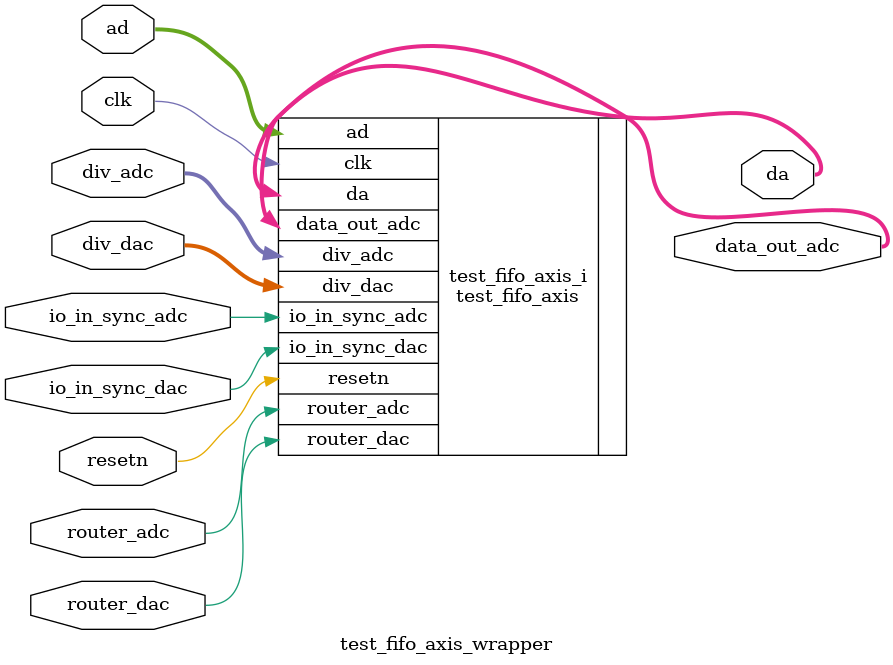
<source format=v>
`timescale 1 ps / 1 ps

module test_fifo_axis_wrapper
   (ad,
    clk,
    da,
    data_out_adc,
    div_adc,
    div_dac,
    io_in_sync_adc,
    io_in_sync_dac,
    resetn,
    router_adc,
    router_dac);
  input [7:0]ad;
  input clk;
  output [7:0]da;
  output [7:0]data_out_adc;
  input [7:0]div_adc;
  input [7:0]div_dac;
  input io_in_sync_adc;
  input io_in_sync_dac;
  input resetn;
  input router_adc;
  input router_dac;

  wire [7:0]ad;
  wire clk;
  wire [7:0]da;
  wire [7:0]data_out_adc;
  wire [7:0]div_adc;
  wire [7:0]div_dac;
  wire io_in_sync_adc;
  wire io_in_sync_dac;
  wire resetn;
  wire router_adc;
  wire router_dac;

  test_fifo_axis test_fifo_axis_i
       (.ad(ad),
        .clk(clk),
        .da(da),
        .data_out_adc(data_out_adc),
        .div_adc(div_adc),
        .div_dac(div_dac),
        .io_in_sync_adc(io_in_sync_adc),
        .io_in_sync_dac(io_in_sync_dac),
        .resetn(resetn),
        .router_adc(router_adc),
        .router_dac(router_dac));
endmodule

</source>
